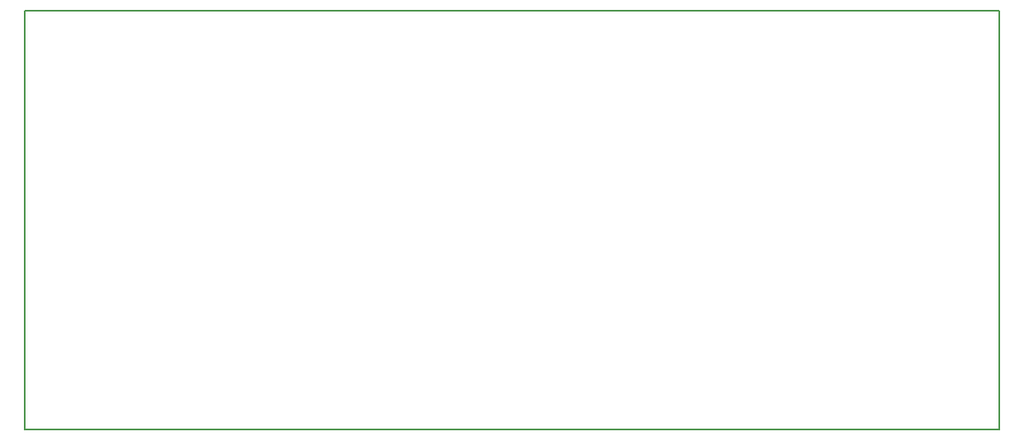
<source format=gm1>
G04 #@! TF.FileFunction,Profile,NP*
%FSLAX46Y46*%
G04 Gerber Fmt 4.6, Leading zero omitted, Abs format (unit mm)*
G04 Created by KiCad (PCBNEW 4.0.6) date 08/12/17 18:49:30*
%MOMM*%
%LPD*%
G01*
G04 APERTURE LIST*
%ADD10C,0.100000*%
%ADD11C,0.150000*%
G04 APERTURE END LIST*
D10*
D11*
X20000000Y-18500000D02*
X20000000Y-61500000D01*
X120000000Y-18500000D02*
X20000000Y-18500000D01*
X120000000Y-61500000D02*
X120000000Y-18500000D01*
X20000000Y-61500000D02*
X120000000Y-61500000D01*
M02*

</source>
